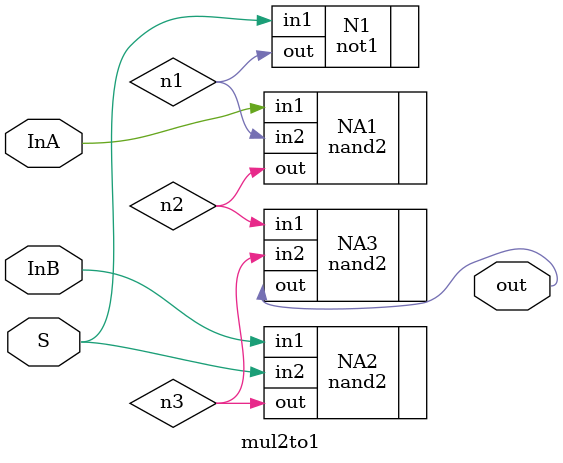
<source format=v>
module mul2to1(out, InA, InB, S);
input InA, InB, S;
output out;
wire n1, n2, n3;

not1 N1(.in1(S), .out(n1));

nand2 NA1(.in1(InA), .in2(n1), .out(n2));
nand2 NA2(.in1(InB), .in2(S), .out(n3));

nand2 NA3(.in1(n2), .in2(n3), .out(out));
endmodule

</source>
